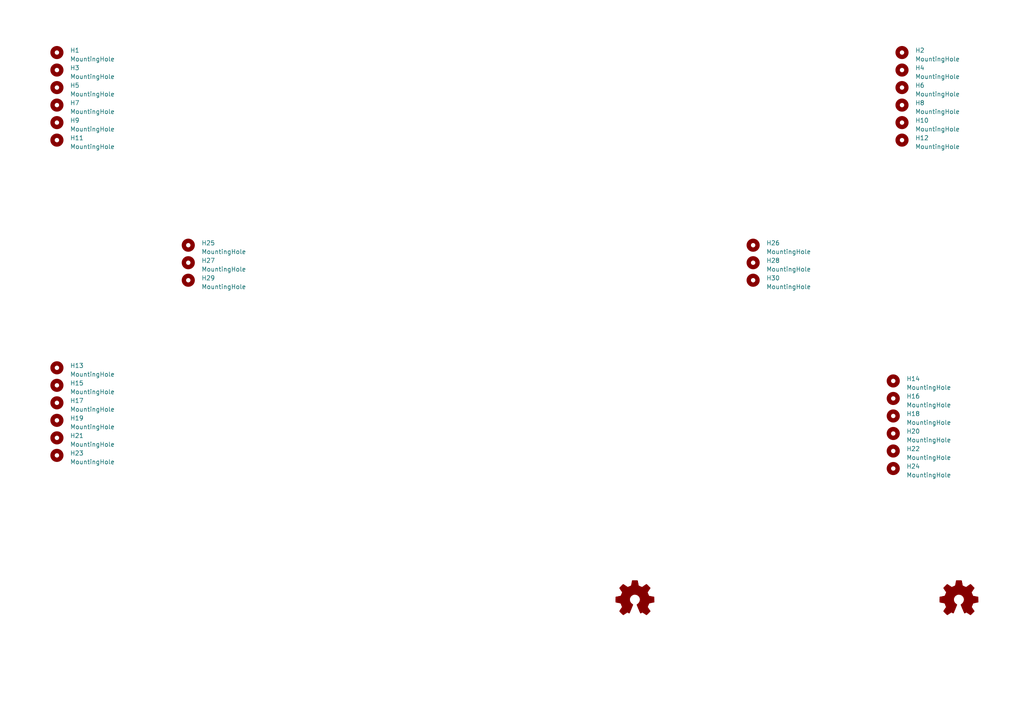
<source format=kicad_sch>
(kicad_sch (version 20210126) (generator eeschema)
  (paper "A4")
  (lib_symbols
    (symbol "Graphic:Logo_Open_Hardware_Small" (pin_names (offset 1.016))
      (symbol "Logo_Open_Hardware_Small_0_1"
        (polyline (pts (xy 3.3528 -4.3434) (xy 3.302 -4.318) (xy 3.175 -4.2418) (xy 2.9972 -4.1148) (xy 2.7686 -3.9624) (xy 2.54 -3.81) (xy 2.3622 -3.7084) (xy 2.2352 -3.6068) (xy 2.1844 -3.5814) (xy 2.159 -3.6068) (xy 2.0574 -3.6576) (xy 1.905 -3.7338) (xy 1.8034 -3.7846) (xy 1.6764 -3.8354) (xy 1.6002 -3.8354) (xy 1.6002 -3.8354) (xy 1.5494 -3.7338) (xy 1.4732 -3.5306) (xy 1.3462 -3.302) (xy 1.2446 -3.0226) (xy 1.1176 -2.7178) (xy 0.9652 -2.413) (xy 0.8636 -2.1082) (xy 0.7366 -1.8288) (xy 0.6604 -1.6256) (xy 0.6096 -1.4732) (xy 0.5842 -1.397) (xy 0.5842 -1.397) (xy 0.6604 -1.3208) (xy 0.7874 -1.2446) (xy 1.0414 -1.016) (xy 1.2954 -0.6858) (xy 1.4478 -0.3302) (xy 1.524 0.0762) (xy 1.4732 0.4572) (xy 1.3208 0.8128) (xy 1.0668 1.143) (xy 0.762 1.3716) (xy 0.4064 1.524) (xy 0 1.5748) (xy -0.381 1.5494) (xy -0.7366 1.397) (xy -1.0668 1.143) (xy -1.2192 0.9906) (xy -1.397 0.6604) (xy -1.524 0.3048) (xy -1.524 0.2286) (xy -1.4986 -0.1778) (xy -1.397 -0.5334) (xy -1.1938 -0.8636) (xy -0.9144 -1.143) (xy -0.8636 -1.1684) (xy -0.7366 -1.27) (xy -0.635 -1.3462) (xy -0.5842 -1.397) (xy -1.0668 -2.5908) (xy -1.143 -2.794) (xy -1.2954 -3.1242) (xy -1.397 -3.4036) (xy -1.4986 -3.6322) (xy -1.5748 -3.7846) (xy -1.6002 -3.8354) (xy -1.6002 -3.8354) (xy -1.651 -3.8354) (xy -1.7272 -3.81) (xy -1.905 -3.7338) (xy -2.0066 -3.683) (xy -2.1336 -3.6068) (xy -2.2098 -3.5814) (xy -2.2606 -3.6068) (xy -2.3622 -3.683) (xy -2.54 -3.81) (xy -2.7686 -3.9624) (xy -2.9718 -4.0894) (xy -3.1496 -4.2164) (xy -3.302 -4.318) (xy -3.3528 -4.3434) (xy -3.3782 -4.3434) (xy -3.429 -4.318) (xy -3.5306 -4.2164) (xy -3.7084 -4.064) (xy -3.937 -3.8354) (xy -3.9624 -3.81) (xy -4.1656 -3.6068) (xy -4.318 -3.4544) (xy -4.4196 -3.3274) (xy -4.445 -3.2766) (xy -4.445 -3.2766) (xy -4.4196 -3.2258) (xy -4.318 -3.0734) (xy -4.2164 -2.8956) (xy -4.064 -2.667) (xy -3.6576 -2.0828) (xy -3.8862 -1.5494) (xy -3.937 -1.3716) (xy -4.0386 -1.1684) (xy -4.0894 -1.0414) (xy -4.1148 -0.9652) (xy -4.191 -0.9398) (xy -4.318 -0.9144) (xy -4.5466 -0.8636) (xy -4.8006 -0.8128) (xy -5.0546 -0.7874) (xy -5.2578 -0.7366) (xy -5.4356 -0.7112) (xy -5.5118 -0.6858) (xy -5.5118 -0.6858) (xy -5.5372 -0.635) (xy -5.5372 -0.5588) (xy -5.5372 -0.4318) (xy -5.5626 -0.2286) (xy -5.5626 0.0762) (xy -5.5626 0.127) (xy -5.5372 0.4064) (xy -5.5372 0.635) (xy -5.5372 0.762) (xy -5.5372 0.8382) (xy -5.5372 0.8382) (xy -5.461 0.8382) (xy -5.3086 0.889) (xy -5.08 0.9144) (xy -4.826 0.9652) (xy -4.8006 0.9906) (xy -4.5466 1.0414) (xy -4.318 1.0668) (xy -4.1656 1.1176) (xy -4.0894 1.143) (xy -4.0894 1.143) (xy -4.0386 1.2446) (xy -3.9624 1.4224) (xy -3.8608 1.6256) (xy -3.7846 1.8288) (xy -3.7084 2.0066) (xy -3.6576 2.159) (xy -3.6322 2.2098) (xy -3.6322 2.2098) (xy -3.683 2.286) (xy -3.7592 2.413) (xy -3.8862 2.5908) (xy -4.064 2.8194) (xy -4.064 2.8448) (xy -4.2164 3.0734) (xy -4.3434 3.2512) (xy -4.4196 3.3782) (xy -4.445 3.4544) (xy -4.445 3.4544) (xy -4.3942 3.5052) (xy -4.2926 3.6322) (xy -4.1148 3.81) (xy -3.937 4.0132) (xy -3.8608 4.064) (xy -3.6576 4.2926) (xy -3.5052 4.4196) (xy -3.4036 4.4958) (xy -3.3528 4.5212) (xy -3.3528 4.5212) (xy -3.302 4.4704) (xy -3.1496 4.3688) (xy -2.9718 4.2418) (xy -2.7432 4.0894) (xy -2.7178 4.0894) (xy -2.4892 3.937) (xy -2.3114 3.81) (xy -2.1844 3.7084) (xy -2.1336 3.683) (xy -2.1082 3.683) (xy -2.032 3.7084) (xy -1.8542 3.7592) (xy -1.6764 3.8354) (xy -1.4732 3.937) (xy -1.27 4.0132) (xy -1.143 4.064) (xy -1.0668 4.1148) (xy -1.0668 4.1148) (xy -1.0414 4.191) (xy -1.016 4.3434) (xy -0.9652 4.572) (xy -0.9144 4.8514) (xy -0.889 4.9022) (xy -0.8382 5.1562) (xy -0.8128 5.3848) (xy -0.7874 5.5372) (xy -0.762 5.588) (xy -0.7112 5.6134) (xy -0.5842 5.6134) (xy -0.4064 5.6134) (xy -0.1524 5.6134) (xy 0.0762 5.6134) (xy 0.3302 5.6134) (xy 0.5334 5.6134) (xy 0.6858 5.588) (xy 0.7366 5.588) (xy 0.7366 5.588) (xy 0.762 5.5118) (xy 0.8128 5.334) (xy 0.8382 5.1054) (xy 0.9144 4.826) (xy 0.9144 4.7752) (xy 0.9652 4.5212) (xy 1.016 4.2926) (xy 1.0414 4.1402) (xy 1.0668 4.0894) (xy 1.0668 4.0894) (xy 1.1938 4.0386) (xy 1.3716 3.9624) (xy 1.5748 3.8608) (xy 2.0828 3.6576) (xy 2.7178 4.0894) (xy 2.7686 4.1402) (xy 2.9972 4.2926) (xy 3.175 4.4196) (xy 3.302 4.4958) (xy 3.3782 4.5212) (xy 3.3782 4.5212) (xy 3.429 4.4704) (xy 3.556 4.3434) (xy 3.7338 4.191) (xy 3.9116 3.9878) (xy 4.064 3.8354) (xy 4.2418 3.6576) (xy 4.3434 3.556) (xy 4.4196 3.4798) (xy 4.4196 3.429) (xy 4.4196 3.4036) (xy 4.3942 3.3274) (xy 4.2926 3.2004) (xy 4.1656 2.9972) (xy 4.0132 2.794) (xy 3.8862 2.5908) (xy 3.7592 2.3876) (xy 3.6576 2.2352) (xy 3.6322 2.159) (xy 3.6322 2.1336) (xy 3.683 2.0066) (xy 3.7592 1.8288) (xy 3.8608 1.6002) (xy 4.064 1.1176) (xy 4.3942 1.0414) (xy 4.5974 1.016) (xy 4.8768 0.9652) (xy 5.1308 0.9144) (xy 5.5372 0.8382) (xy 5.5626 -0.6604) (xy 5.4864 -0.6858) (xy 5.4356 -0.6858) (xy 5.2832 -0.7366) (xy 5.0546 -0.762) (xy 4.8006 -0.8128) (xy 4.5974 -0.8636) (xy 4.3688 -0.9144) (xy 4.2164 -0.9398) (xy 4.1402 -0.9398) (xy 4.1148 -0.9652) (xy 4.064 -1.0668) (xy 3.9878 -1.2446) (xy 3.9116 -1.4478) (xy 3.81 -1.651) (xy 3.7338 -1.8542) (xy 3.683 -2.0066) (xy 3.6576 -2.0828) (xy 3.683 -2.1336) (xy 3.7846 -2.2606) (xy 3.8862 -2.4638) (xy 4.0386 -2.667) (xy 4.191 -2.8956) (xy 4.318 -3.0734) (xy 4.3942 -3.2004) (xy 4.445 -3.2766) (xy 4.4196 -3.3274) (xy 4.3434 -3.429) (xy 4.1656 -3.5814) (xy 3.937 -3.8354) (xy 3.8862 -3.8608) (xy 3.683 -4.064) (xy 3.5306 -4.2164) (xy 3.4036 -4.318) (xy 3.3528 -4.3434)) (fill (type outline)))
      )
    )
    (symbol "Mechanical:MountingHole" (pin_names (offset 1.016))
      (property "Reference" "H" (at 0 5.08 0))
      (property "Value" "MountingHole" (at 0 3.175 0))
      (symbol "MountingHole_0_1"
        (circle (center 0 0) (radius 1.27) (stroke (width 1.27)))
      )
    )
  )
  (symbol (lib_id "Mechanical:MountingHole") (at 16.51 15.24 0) (unit 1)
    (property "Reference" "H1" (at 20.32 14.6049 0) (effects (justify left)))
    (property "Value" "MountingHole" (at 20.32 17.1449 0) (effects (justify left)))
    (property "Footprint" "custom_footprints:MountingHole_1.0mm" (effects hide))
  )
  (symbol (lib_id "Mechanical:MountingHole") (at 16.51 20.32 0) (unit 1)
    (property "Reference" "H3" (at 20.32 19.6849 0) (effects (justify left)))
    (property "Value" "MountingHole" (at 20.32 22.2249 0) (effects (justify left)))
    (property "Footprint" "custom_footprints:MountingHole_1.0mm" (effects hide))
  )
  (symbol (lib_id "Mechanical:MountingHole") (at 16.51 25.4 0) (unit 1)
    (property "Reference" "H5" (at 20.32 24.7649 0) (effects (justify left)))
    (property "Value" "MountingHole" (at 20.32 27.3049 0) (effects (justify left)))
    (property "Footprint" "custom_footprints:MountingHole_1.0mm" (effects hide))
  )
  (symbol (lib_id "Mechanical:MountingHole") (at 16.51 30.48 0) (unit 1)
    (property "Reference" "H7" (at 20.32 29.8449 0) (effects (justify left)))
    (property "Value" "MountingHole" (at 20.32 32.3849 0) (effects (justify left)))
    (property "Footprint" "custom_footprints:MountingHole_1.0mm" (effects hide))
  )
  (symbol (lib_id "Mechanical:MountingHole") (at 16.51 35.56 0) (unit 1)
    (property "Reference" "H9" (at 20.32 34.9249 0) (effects (justify left)))
    (property "Value" "MountingHole" (at 20.32 37.4649 0) (effects (justify left)))
    (property "Footprint" "custom_footprints:MountingHole_1.0mm" (effects hide))
  )
  (symbol (lib_id "Mechanical:MountingHole") (at 16.51 40.64 0) (unit 1)
    (property "Reference" "H11" (at 20.32 40.0049 0) (effects (justify left)))
    (property "Value" "MountingHole" (at 20.32 42.5449 0) (effects (justify left)))
    (property "Footprint" "custom_footprints:MountingHole_1.0mm" (effects hide))
  )
  (symbol (lib_id "Mechanical:MountingHole") (at 16.51 106.68 0) (unit 1)
    (property "Reference" "H13" (at 20.32 106.0449 0) (effects (justify left)))
    (property "Value" "MountingHole" (at 20.32 108.5849 0) (effects (justify left)))
    (property "Footprint" "custom_footprints:MountingHole_1.0mm" (effects hide))
  )
  (symbol (lib_id "Mechanical:MountingHole") (at 16.51 111.76 0) (unit 1)
    (property "Reference" "H15" (at 20.32 111.1249 0) (effects (justify left)))
    (property "Value" "MountingHole" (at 20.32 113.6649 0) (effects (justify left)))
    (property "Footprint" "custom_footprints:MountingHole_1.0mm" (effects hide))
  )
  (symbol (lib_id "Mechanical:MountingHole") (at 16.51 116.84 0) (unit 1)
    (property "Reference" "H17" (at 20.32 116.2049 0) (effects (justify left)))
    (property "Value" "MountingHole" (at 20.32 118.7449 0) (effects (justify left)))
    (property "Footprint" "custom_footprints:MountingHole_1.0mm" (effects hide))
  )
  (symbol (lib_id "Mechanical:MountingHole") (at 16.51 121.92 0) (unit 1)
    (property "Reference" "H19" (at 20.32 121.2849 0) (effects (justify left)))
    (property "Value" "MountingHole" (at 20.32 123.8249 0) (effects (justify left)))
    (property "Footprint" "custom_footprints:MountingHole_1.0mm" (effects hide))
  )
  (symbol (lib_id "Mechanical:MountingHole") (at 16.51 127 0) (unit 1)
    (property "Reference" "H21" (at 20.32 126.3649 0) (effects (justify left)))
    (property "Value" "MountingHole" (at 20.32 128.9049 0) (effects (justify left)))
    (property "Footprint" "custom_footprints:MountingHole_1.0mm" (effects hide))
  )
  (symbol (lib_id "Mechanical:MountingHole") (at 16.51 132.08 0) (unit 1)
    (property "Reference" "H23" (at 20.32 131.4449 0) (effects (justify left)))
    (property "Value" "MountingHole" (at 20.32 133.9849 0) (effects (justify left)))
    (property "Footprint" "custom_footprints:MountingHole_1.0mm" (effects hide))
  )
  (symbol (lib_id "Mechanical:MountingHole") (at 54.61 71.12 0) (unit 1)
    (property "Reference" "H25" (at 58.42 70.4849 0) (effects (justify left)))
    (property "Value" "MountingHole" (at 58.42 73.0249 0) (effects (justify left)))
    (property "Footprint" "custom_footprints:MountingHole_3.45mm" (effects hide))
  )
  (symbol (lib_id "Mechanical:MountingHole") (at 54.61 76.2 0) (unit 1)
    (property "Reference" "H27" (at 58.42 75.5649 0) (effects (justify left)))
    (property "Value" "MountingHole" (at 58.42 78.1049 0) (effects (justify left)))
    (property "Footprint" "MountingHole:MountingHole_5.5mm" (effects hide))
  )
  (symbol (lib_id "Mechanical:MountingHole") (at 54.61 81.28 0) (unit 1)
    (property "Reference" "H29" (at 58.42 80.6449 0) (effects (justify left)))
    (property "Value" "MountingHole" (at 58.42 83.1849 0) (effects (justify left)))
    (property "Footprint" "custom_footprints:MountingHole_3.45mm" (effects hide))
  )
  (symbol (lib_id "Mechanical:MountingHole") (at 218.44 71.12 0) (unit 1)
    (property "Reference" "H26" (at 222.25 70.4849 0) (effects (justify left)))
    (property "Value" "MountingHole" (at 222.25 73.0249 0) (effects (justify left)))
    (property "Footprint" "custom_footprints:MountingHole_3.45mm" (effects hide))
  )
  (symbol (lib_id "Mechanical:MountingHole") (at 218.44 76.2 0) (unit 1)
    (property "Reference" "H28" (at 222.25 75.5649 0) (effects (justify left)))
    (property "Value" "MountingHole" (at 222.25 78.1049 0) (effects (justify left)))
    (property "Footprint" "MountingHole:MountingHole_5.5mm" (effects hide))
  )
  (symbol (lib_id "Mechanical:MountingHole") (at 218.44 81.28 0) (unit 1)
    (property "Reference" "H30" (at 222.25 80.6449 0) (effects (justify left)))
    (property "Value" "MountingHole" (at 222.25 83.1849 0) (effects (justify left)))
    (property "Footprint" "custom_footprints:MountingHole_3.45mm" (effects hide))
  )
  (symbol (lib_id "Mechanical:MountingHole") (at 259.08 110.49 0) (unit 1)
    (property "Reference" "H14" (at 262.89 109.8549 0) (effects (justify left)))
    (property "Value" "MountingHole" (at 262.89 112.3949 0) (effects (justify left)))
    (property "Footprint" "custom_footprints:MountingHole_1.0mm" (effects hide))
  )
  (symbol (lib_id "Mechanical:MountingHole") (at 259.08 115.57 0) (unit 1)
    (property "Reference" "H16" (at 262.89 114.9349 0) (effects (justify left)))
    (property "Value" "MountingHole" (at 262.89 117.4749 0) (effects (justify left)))
    (property "Footprint" "custom_footprints:MountingHole_1.0mm" (effects hide))
  )
  (symbol (lib_id "Mechanical:MountingHole") (at 259.08 120.65 0) (unit 1)
    (property "Reference" "H18" (at 262.89 120.0149 0) (effects (justify left)))
    (property "Value" "MountingHole" (at 262.89 122.5549 0) (effects (justify left)))
    (property "Footprint" "custom_footprints:MountingHole_1.0mm" (effects hide))
  )
  (symbol (lib_id "Mechanical:MountingHole") (at 259.08 125.73 0) (unit 1)
    (property "Reference" "H20" (at 262.89 125.0949 0) (effects (justify left)))
    (property "Value" "MountingHole" (at 262.89 127.6349 0) (effects (justify left)))
    (property "Footprint" "custom_footprints:MountingHole_1.0mm" (effects hide))
  )
  (symbol (lib_id "Mechanical:MountingHole") (at 259.08 130.81 0) (unit 1)
    (property "Reference" "H22" (at 262.89 130.1749 0) (effects (justify left)))
    (property "Value" "MountingHole" (at 262.89 132.7149 0) (effects (justify left)))
    (property "Footprint" "custom_footprints:MountingHole_1.0mm" (effects hide))
  )
  (symbol (lib_id "Mechanical:MountingHole") (at 259.08 135.89 0) (unit 1)
    (property "Reference" "H24" (at 262.89 135.2549 0) (effects (justify left)))
    (property "Value" "MountingHole" (at 262.89 137.7949 0) (effects (justify left)))
    (property "Footprint" "custom_footprints:MountingHole_1.0mm" (effects hide))
  )
  (symbol (lib_id "Mechanical:MountingHole") (at 261.62 15.24 0) (unit 1)
    (property "Reference" "H2" (at 265.43 14.6049 0) (effects (justify left)))
    (property "Value" "MountingHole" (at 265.43 17.1449 0) (effects (justify left)))
    (property "Footprint" "custom_footprints:MountingHole_1.0mm" (effects hide))
  )
  (symbol (lib_id "Mechanical:MountingHole") (at 261.62 20.32 0) (unit 1)
    (property "Reference" "H4" (at 265.43 19.6849 0) (effects (justify left)))
    (property "Value" "MountingHole" (at 265.43 22.2249 0) (effects (justify left)))
    (property "Footprint" "custom_footprints:MountingHole_1.0mm" (effects hide))
  )
  (symbol (lib_id "Mechanical:MountingHole") (at 261.62 25.4 0) (unit 1)
    (property "Reference" "H6" (at 265.43 24.7649 0) (effects (justify left)))
    (property "Value" "MountingHole" (at 265.43 27.3049 0) (effects (justify left)))
    (property "Footprint" "custom_footprints:MountingHole_1.0mm" (effects hide))
  )
  (symbol (lib_id "Mechanical:MountingHole") (at 261.62 30.48 0) (unit 1)
    (property "Reference" "H8" (at 265.43 29.8449 0) (effects (justify left)))
    (property "Value" "MountingHole" (at 265.43 32.3849 0) (effects (justify left)))
    (property "Footprint" "custom_footprints:MountingHole_1.0mm" (effects hide))
  )
  (symbol (lib_id "Mechanical:MountingHole") (at 261.62 35.56 0) (unit 1)
    (property "Reference" "H10" (at 265.43 34.9249 0) (effects (justify left)))
    (property "Value" "MountingHole" (at 265.43 37.4649 0) (effects (justify left)))
    (property "Footprint" "custom_footprints:MountingHole_1.0mm" (effects hide))
  )
  (symbol (lib_id "Mechanical:MountingHole") (at 261.62 40.64 0) (unit 1)
    (property "Reference" "H12" (at 265.43 40.0049 0) (effects (justify left)))
    (property "Value" "MountingHole" (at 265.43 42.5449 0) (effects (justify left)))
    (property "Footprint" "custom_footprints:MountingHole_1.0mm" (effects hide))
  )
  (symbol (lib_id "Graphic:Logo_Open_Hardware_Small") (at 184.15 173.99 0) (unit 1)
    (property "Reference" "LOGO1" (effects hide))
    (property "Value" "Logo_Open_Hardware_Small" (effects hide))
    (property "Footprint" "custom_footprints:logo" (effects hide))
  )
  (symbol (lib_id "Graphic:Logo_Open_Hardware_Small") (at 278.13 173.99 0) (unit 1)
    (property "Reference" "LOGO2" (effects hide))
    (property "Value" "Logo_Open_Hardware_Small" (effects hide))
    (property "Footprint" "custom_footprints:logo" (effects hide))
  )
)
</source>
